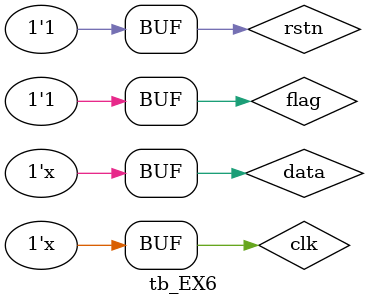
<source format=v>
`timescale 1ns / 1ps


module tb_EX6();
    reg clk,rstn;
    reg data;
    reg flag;
    wire [1:0]result;
    initial begin
    clk=0;
    flag = 0;
    rstn = 0;
    data=0;
    #100;
    rstn = 1;
    flag =1;
    end
    always #10 clk=~clk;
    always #23 data=~data;
    EX6_EdgeDetector_SourceCode EX6(
    .data(data),
    .clk(clk),
    .rstn(rstn),
    .result(result));
endmodule

</source>
